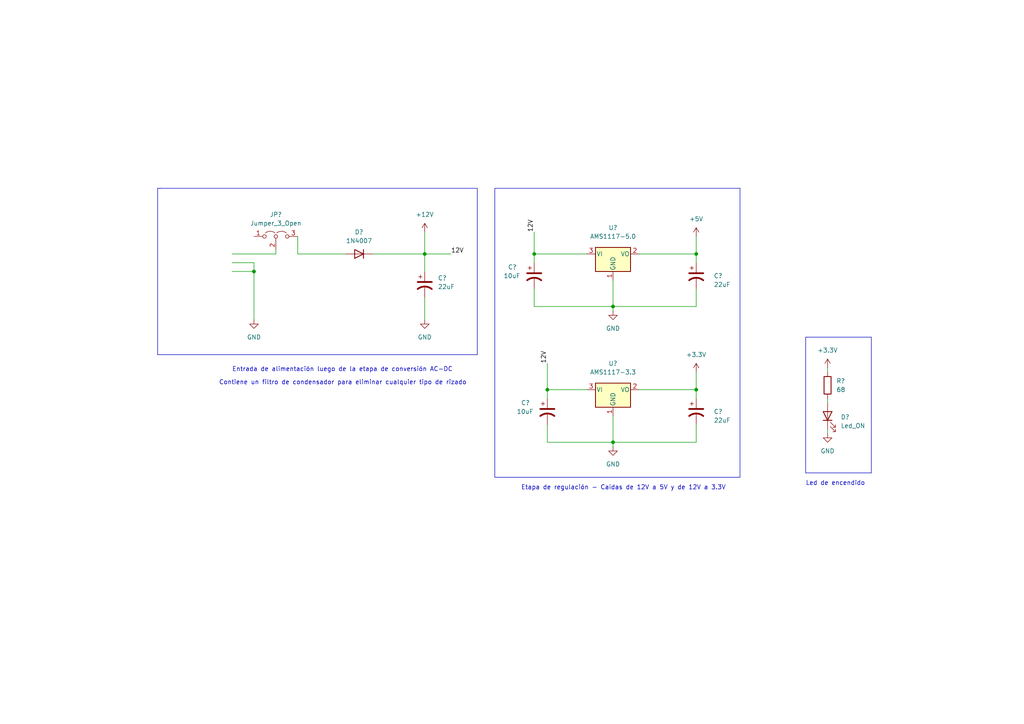
<source format=kicad_sch>
(kicad_sch (version 20230121) (generator eeschema)
  (paper "A4")
  (lib_symbols
    (symbol "Device:C_Polarized_US" (pin_numbers hide) (pin_names (offset 0.254) hide)
      (property "Reference" "C" (at 0.635 2.54 0))
      (property "Value" "C_Polarized_US" (at 0.635 -2.54 0))
      (symbol "C_Polarized_US_0_1"
        (polyline (pts (xy -2.032 0.762) (xy 2.032 0.762)) (stroke (width 0.508)))
        (polyline (pts (xy -1.778 2.286) (xy -0.762 2.286)))
        (polyline (pts (xy -1.27 1.778) (xy -1.27 2.794)))
        (arc (start 2.032 -1.27) (mid 0 -0.5572) (end -2.032 -1.27) (stroke (width 0.508)))
      )
      (symbol "C_Polarized_US_1_1"
        (pin passive line (at 0 3.81 270) (length 2.794) (name "~") (number "1"))
        (pin passive line (at 0 -3.81 90) (length 3.302) (name "~") (number "2"))
      )
    )
    (symbol "Device:R" (pin_numbers hide) (pin_names (offset 0))
      (property "Reference" "R" (at 2.032 0 90))
      (property "Value" "R" (at 0 0 90))
      (symbol "R_0_1"
        (rectangle (start -1.016 -2.54) (end 1.016 2.54) (stroke (width 0.254)))
      )
      (symbol "R_1_1"
        (pin passive line (at 0 3.81 270) (length 1.27) (name "~") (number "1"))
        (pin passive line (at 0 -3.81 90) (length 1.27) (name "~") (number "2"))
      )
    )
    (symbol "Diode:1N4007" (pin_numbers hide) (pin_names (offset 1.016) hide)
      (property "Reference" "D" (at 0 2.54 0))
      (property "Value" "1N4007" (at 0 -2.54 0))
      (symbol "1N4007_0_1"
        (polyline (pts (xy -1.27 1.27) (xy -1.27 -1.27)) (stroke (width 0.254)))
        (polyline (pts (xy 1.27 0) (xy -1.27 0)))
        (polyline (pts (xy 1.27 1.27) (xy 1.27 -1.27) (xy -1.27 0) (xy 1.27 1.27)) (stroke (width 0.254)))
      )
      (symbol "1N4007_1_1"
        (pin passive line (at -3.81 0 0) (length 2.54) (name "K") (number "1"))
        (pin passive line (at 3.81 0 180) (length 2.54) (name "A") (number "2"))
      )
    )
    (symbol "Jumper:Jumper_3_Open" (pin_names (offset 0) hide)
      (property "Reference" "JP" (at -2.54 -2.54 0))
      (property "Value" "Jumper_3_Open" (at 0 2.794 0))
      (symbol "Jumper_3_Open_0_0"
        (circle (center -3.302 0) (radius 0.508))
        (circle (center 0 0) (radius 0.508))
        (circle (center 3.302 0) (radius 0.508))
      )
      (symbol "Jumper_3_Open_0_1"
        (arc (start -0.254 1.016) (mid -1.651 1.4992) (end -3.048 1.016))
        (polyline (pts (xy 0 -0.508) (xy 0 -1.27)))
        (arc (start 3.048 1.016) (mid 1.651 1.4992) (end 0.254 1.016))
      )
      (symbol "Jumper_3_Open_1_1"
        (pin passive line (at -6.35 0 0) (length 2.54) (name "A") (number "1"))
        (pin passive line (at 0 -3.81 90) (length 2.54) (name "C") (number "2"))
        (pin passive line (at 6.35 0 180) (length 2.54) (name "B") (number "3"))
      )
    )
    (symbol "LED:IR26-21C_L110_TR8" (pin_numbers hide) (pin_names (offset 1.016) hide)
      (property "Reference" "D" (at 0 2.54 0))
      (property "Value" "IR26-21C_L110_TR8" (at 0 -3.81 0))
      (symbol "IR26-21C_L110_TR8_0_1"
        (polyline (pts (xy -1.27 -1.27) (xy -1.27 1.27)) (stroke (width 0.254)))
        (polyline (pts (xy -1.27 0) (xy 1.27 0)))
        (polyline (pts (xy 1.27 -1.27) (xy 1.27 1.27) (xy -1.27 0) (xy 1.27 -1.27)) (stroke (width 0.254)))
        (polyline (pts (xy -3.048 -0.762) (xy -4.572 -2.286) (xy -3.81 -2.286) (xy -4.572 -2.286) (xy -4.572 -1.524)))
        (polyline (pts (xy -1.778 -0.762) (xy -3.302 -2.286) (xy -2.54 -2.286) (xy -3.302 -2.286) (xy -3.302 -1.524)))
      )
      (symbol "IR26-21C_L110_TR8_1_1"
        (pin passive line (at -3.81 0 0) (length 2.54) (name "K") (number "1"))
        (pin passive line (at 3.81 0 180) (length 2.54) (name "A") (number "2"))
      )
    )
    (symbol "Regulator_Linear:AMS1117-3.3" (pin_names (offset 0.254))
      (property "Reference" "U" (at -3.81 3.175 0))
      (property "Value" "AMS1117-3.3" (at 0 3.175 0))
      (symbol "AMS1117-3.3_0_1"
        (rectangle (start -5.08 -5.08) (end 5.08 1.905) (stroke (width 0.254)) (fill (type background)))
      )
      (symbol "AMS1117-3.3_1_1"
        (pin power_in line (at 0 -7.62 90) (length 2.54) (name "GND") (number "1"))
        (pin power_out line (at 7.62 0 180) (length 2.54) (name "VO") (number "2"))
        (pin power_in line (at -7.62 0 0) (length 2.54) (name "VI") (number "3"))
      )
    )
    (symbol "Regulator_Linear:AMS1117-5.0" (pin_names (offset 0.254))
      (property "Reference" "U" (at -3.81 3.175 0))
      (property "Value" "AMS1117-5.0" (at 0 3.175 0))
      (symbol "AMS1117-5.0_0_1"
        (rectangle (start -5.08 -5.08) (end 5.08 1.905) (stroke (width 0.254)) (fill (type background)))
      )
      (symbol "AMS1117-5.0_1_1"
        (pin power_in line (at 0 -7.62 90) (length 2.54) (name "GND") (number "1"))
        (pin power_out line (at 7.62 0 180) (length 2.54) (name "VO") (number "2"))
        (pin power_in line (at -7.62 0 0) (length 2.54) (name "VI") (number "3"))
      )
    )
    (symbol "power:+12V" (power) (pin_names (offset 0))
      (property "Value" "+12V" (at 0 3.556 0))
      (symbol "+12V_0_1"
        (polyline (pts (xy -0.762 1.27) (xy 0 2.54)))
        (polyline (pts (xy 0 0) (xy 0 2.54)))
        (polyline (pts (xy 0 2.54) (xy 0.762 1.27)))
      )
      (symbol "+12V_1_1"
        (pin power_in line (at 0 0 90) (length 0) hide (name "+12V") (number "1"))
      )
    )
    (symbol "power:+3.3V" (power) (pin_names (offset 0))
      (property "Value" "+3.3V" (at 0 3.556 0))
      (symbol "+3.3V_0_1"
        (polyline (pts (xy -0.762 1.27) (xy 0 2.54)))
        (polyline (pts (xy 0 0) (xy 0 2.54)))
        (polyline (pts (xy 0 2.54) (xy 0.762 1.27)))
      )
      (symbol "+3.3V_1_1"
        (pin power_in line (at 0 0 90) (length 0) hide (name "+3.3V") (number "1"))
      )
    )
    (symbol "power:+5V" (power) (pin_names (offset 0))
      (property "Value" "+5V" (at 0 3.556 0))
      (symbol "+5V_0_1"
        (polyline (pts (xy -0.762 1.27) (xy 0 2.54)))
        (polyline (pts (xy 0 0) (xy 0 2.54)))
        (polyline (pts (xy 0 2.54) (xy 0.762 1.27)))
      )
      (symbol "+5V_1_1"
        (pin power_in line (at 0 0 90) (length 0) hide (name "+5V") (number "1"))
      )
    )
    (symbol "power:GND" (power) (pin_names (offset 0))
      (property "Value" "GND" (at 0 -3.81 0))
      (symbol "GND_0_1"
        (polyline (pts (xy 0 0) (xy 0 -1.27) (xy 1.27 -1.27) (xy 0 -2.54) (xy -1.27 -1.27) (xy 0 -1.27)))
      )
      (symbol "GND_1_1"
        (pin power_in line (at 0 0 270) (length 0) hide (name "GND") (number "1"))
      )
    )
  )
  (junction (at 154.94 73.66))
  (junction (at 201.93 113.03))
  (junction (at 158.75 113.03))
  (junction (at 177.8 88.9))
  (junction (at 201.93 73.66))
  (junction (at 73.66 78.74))
  (junction (at 123.19 73.66))
  (junction (at 177.8 128.27))
  (wire (pts (xy 201.93 83.82) (xy 201.93 88.9)))
  (polyline (pts (xy 233.68 137.16) (xy 252.73 137.16)))
  (wire (pts (xy 158.75 113.03) (xy 158.75 115.57)))
  (wire (pts (xy 201.93 115.57) (xy 201.93 113.03)))
  (wire (pts (xy 177.8 88.9) (xy 177.8 90.17)))
  (polyline (pts (xy 214.63 138.43) (xy 214.63 54.61)))
  (wire (pts (xy 154.94 73.66) (xy 154.94 76.2)))
  (wire (pts (xy 123.19 67.31) (xy 123.19 73.66)))
  (wire (pts (xy 67.31 78.74) (xy 73.66 78.74)))
  (polyline (pts (xy 233.68 107.95) (xy 233.68 97.79)))
  (polyline (pts (xy 45.72 54.61) (xy 46.99 54.61)))
  (wire (pts (xy 158.75 113.03) (xy 170.18 113.03)))
  (wire (pts (xy 185.42 113.03) (xy 201.93 113.03)))
  (polyline (pts (xy 233.68 107.95) (xy 233.68 137.16)))
  (wire (pts (xy 86.36 68.58) (xy 86.36 73.66)))
  (wire (pts (xy 154.94 88.9) (xy 177.8 88.9)))
  (wire (pts (xy 240.03 106.68) (xy 240.03 107.95)))
  (polyline (pts (xy 45.72 54.61) (xy 138.43 54.61)))
  (wire (pts (xy 201.93 76.2) (xy 201.93 73.66)))
  (wire (pts (xy 158.75 105.41) (xy 158.75 113.03)))
  (wire (pts (xy 107.95 73.66) (xy 123.19 73.66)))
  (wire (pts (xy 123.19 73.66) (xy 123.19 78.74)))
  (wire (pts (xy 240.03 115.57) (xy 240.03 116.84)))
  (polyline (pts (xy 143.51 54.61) (xy 143.51 138.43)))
  (wire (pts (xy 154.94 83.82) (xy 154.94 88.9)))
  (wire (pts (xy 67.31 73.66) (xy 80.01 73.66)))
  (wire (pts (xy 73.66 78.74) (xy 73.66 92.71)))
  (wire (pts (xy 80.01 72.39) (xy 80.01 73.66)))
  (polyline (pts (xy 252.73 97.79) (xy 252.73 107.95)))
  (polyline (pts (xy 45.72 102.87) (xy 45.72 54.61)))
  (polyline (pts (xy 233.68 97.79) (xy 252.73 97.79)))
  (wire (pts (xy 158.75 128.27) (xy 177.8 128.27)))
  (wire (pts (xy 185.42 73.66) (xy 201.93 73.66)))
  (wire (pts (xy 73.66 76.2) (xy 73.66 78.74)))
  (polyline (pts (xy 252.73 137.16) (xy 252.73 107.95)))
  (wire (pts (xy 123.19 73.66) (xy 130.81 73.66)))
  (wire (pts (xy 201.93 107.95) (xy 201.93 113.03)))
  (polyline (pts (xy 143.51 54.61) (xy 214.63 54.61)))
  (polyline (pts (xy 138.43 102.87) (xy 45.72 102.87)))
  (wire (pts (xy 177.8 88.9) (xy 201.93 88.9)))
  (polyline (pts (xy 143.51 138.43) (xy 214.63 138.43)))
  (wire (pts (xy 240.03 124.46) (xy 240.03 125.73)))
  (wire (pts (xy 201.93 123.19) (xy 201.93 128.27)))
  (wire (pts (xy 123.19 86.36) (xy 123.19 92.71)))
  (wire (pts (xy 86.36 73.66) (xy 100.33 73.66)))
  (wire (pts (xy 67.31 76.2) (xy 73.66 76.2)))
  (wire (pts (xy 177.8 120.65) (xy 177.8 128.27)))
  (wire (pts (xy 154.94 73.66) (xy 170.18 73.66)))
  (wire (pts (xy 201.93 68.58) (xy 201.93 73.66)))
  (wire (pts (xy 177.8 81.28) (xy 177.8 88.9)))
  (polyline (pts (xy 138.43 54.61) (xy 138.43 102.87)))
  (wire (pts (xy 177.8 128.27) (xy 201.93 128.27)))
  (wire (pts (xy 177.8 128.27) (xy 177.8 129.54)))
  (wire (pts (xy 154.94 67.31) (xy 154.94 73.66)))
  (wire (pts (xy 158.75 123.19) (xy 158.75 128.27)))
  (text "Etapa de regulación - Caídas de 12V a 5V y de 12V a 3.3V" (at 151.13 142.24 0) (effects (font (size 1.27 1.27)) (justify left bottom)))
  (text "Entrada de alimentación luego de la etapa de conversión AC-DC" (at 67.31 107.95 0) (effects (font (size 1.27 1.27)) (justify left bottom)))
  (text "Led de encendido\n" (at 233.68 140.97 0) (effects (font (size 1.27 1.27)) (justify left bottom)))
  (text "Contiene un filtro de condensador para eliminar cualquier tipo de rizado\n" (at 63.5 111.76 0) (effects (font (size 1.27 1.27)) (justify left bottom)))
  (label "12V" (at 130.81 73.66 0))
  (label "12V" (at 158.75 105.41 90))
  (label "12V" (at 154.94 67.31 90))
  (symbol (lib_id "LED:IR26-21C_L110_TR8") (at 240.03 120.65 90) (unit 1)
    (property "Reference" "D?" (at 243.84 120.9674 90) (effects (justify right)))
    (property "Value" "Led_ON" (at 243.84 123.5074 90) (effects (justify right)))
    (property "Footprint" "LED_SMD:LED_0603_1608Metric_Pad1.05x0.95mm_HandSolder" (effects hide))
    (property "Datasheet" "http://www.everlight.com/file/ProductFile/IR26-21C-L110-TR8.pdf" (effects hide))
  )
  (symbol (lib_id "Regulator_Linear:AMS1117-3.3") (at 177.8 113.03 0) (unit 1)
    (property "Reference" "U?" (at 177.8 105.41 0))
    (property "Value" "AMS1117-3.3" (at 177.8 107.95 0))
    (property "Footprint" "Package_TO_SOT_SMD:SOT-223-3_TabPin2" (effects hide))
    (property "Datasheet" "http://www.advanced-monolithic.com/pdf/ds1117.pdf" (effects hide))
  )
  (symbol (lib_id "power:GND") (at 177.8 129.54 0) (unit 1)
    (property "Reference" "#PWR?" (effects hide))
    (property "Value" "GND" (at 177.8 134.62 0))
  )
  (symbol (lib_id "Regulator_Linear:AMS1117-5.0") (at 177.8 73.66 0) (unit 1)
    (property "Reference" "U?" (at 177.8 66.04 0))
    (property "Value" "AMS1117-5.0" (at 177.8 68.58 0))
    (property "Footprint" "Package_TO_SOT_SMD:SOT-223-3_TabPin2" (effects hide))
    (property "Datasheet" "http://www.advanced-monolithic.com/pdf/ds1117.pdf" (effects hide))
  )
  (symbol (lib_id "Device:C_Polarized_US") (at 201.93 119.38 0) (unit 1)
    (property "Reference" "C?" (at 207.01 119.38 0) (effects (justify left)))
    (property "Value" "22uF" (at 207.01 121.92 0) (effects (justify left)))
    (property "Footprint" "Capacitor_SMD:C_0805_2012Metric_Pad1.18x1.45mm_HandSolder" (effects hide))
  )
  (symbol (lib_id "Diode:1N4007") (at 104.14 73.66 180) (unit 1)
    (property "Reference" "D?" (at 104.14 67.31 0))
    (property "Value" "1N4007" (at 104.14 69.85 0))
    (property "Footprint" "Diode_SMD:D_SMA_Handsoldering" (effects hide))
    (property "Datasheet" "http://www.vishay.com/docs/88503/1n4001.pdf" (effects hide))
  )
  (symbol (lib_id "power:GND") (at 73.66 92.71 0) (unit 1)
    (property "Reference" "#PWR?" (effects hide))
    (property "Value" "GND" (at 73.66 97.79 0))
  )
  (symbol (lib_id "Device:C_Polarized_US") (at 123.19 82.55 0) (unit 1)
    (property "Reference" "C?" (at 127 80.6449 0) (effects (justify left)))
    (property "Value" "22uF" (at 127 83.1849 0) (effects (justify left)))
    (property "Footprint" "Capacitor_SMD:C_0805_2012Metric_Pad1.18x1.45mm_HandSolder" (effects hide))
  )
  (symbol (lib_id "power:GND") (at 240.03 125.73 0) (unit 1)
    (property "Reference" "#PWR?" (effects hide))
    (property "Value" "GND" (at 240.03 130.81 0))
  )
  (symbol (lib_id "power:GND") (at 123.19 92.71 0) (unit 1)
    (property "Reference" "#PWR?" (effects hide))
    (property "Value" "GND" (at 123.19 97.79 0))
  )
  (symbol (lib_id "power:+3.3V") (at 201.93 107.95 0) (unit 1)
    (property "Reference" "#PWR?" (effects hide))
    (property "Value" "+3.3V" (at 201.93 102.87 0))
  )
  (symbol (lib_id "power:GND") (at 177.8 90.17 0) (unit 1)
    (property "Reference" "#PWR?" (effects hide))
    (property "Value" "GND" (at 177.8 95.25 0))
  )
  (symbol (lib_id "power:+3.3V") (at 240.03 106.68 0) (unit 1)
    (property "Reference" "#PWR?" (effects hide))
    (property "Value" "+3.3V" (at 240.03 101.6 0))
  )
  (symbol (lib_id "Device:C_Polarized_US") (at 158.75 119.38 0) (unit 1)
    (property "Reference" "C?" (at 151.13 116.84 0) (effects (justify left)))
    (property "Value" "10uF" (at 149.86 119.38 0) (effects (justify left)))
    (property "Footprint" "Capacitor_SMD:C_0805_2012Metric_Pad1.18x1.45mm_HandSolder" (effects hide))
  )
  (symbol (lib_id "Jumper:Jumper_3_Open") (at 80.01 68.58 0) (unit 1)
    (property "Reference" "JP?" (at 80.01 62.23 0))
    (property "Value" "Jumper_3_Open" (at 80.01 64.77 0))
    (property "Footprint" "Connector_PinHeader_2.54mm:PinHeader_1x03_P2.54mm_Vertical" (effects hide))
  )
  (symbol (lib_id "power:+12V") (at 123.19 67.31 0) (unit 1)
    (property "Reference" "#PWR?" (effects hide))
    (property "Value" "+12V" (at 123.19 62.23 0))
  )
  (symbol (lib_id "Device:C_Polarized_US") (at 154.94 80.01 0) (unit 1)
    (property "Reference" "C?" (at 147.32 77.47 0) (effects (justify left)))
    (property "Value" "10uF" (at 146.05 80.01 0) (effects (justify left)))
    (property "Footprint" "Capacitor_SMD:C_0805_2012Metric_Pad1.18x1.45mm_HandSolder" (effects hide))
  )
  (symbol (lib_id "Device:C_Polarized_US") (at 201.93 80.01 0) (unit 1)
    (property "Reference" "C?" (at 207.01 80.01 0) (effects (justify left)))
    (property "Value" "22uF" (at 207.01 82.55 0) (effects (justify left)))
    (property "Footprint" "Capacitor_SMD:C_0805_2012Metric_Pad1.18x1.45mm_HandSolder" (effects hide))
  )
  (symbol (lib_id "power:+5V") (at 201.93 68.58 0) (unit 1)
    (property "Reference" "#PWR?" (effects hide))
    (property "Value" "+5V" (at 201.93 63.5 0))
  )
  (symbol (lib_id "Device:R") (at 240.03 111.76 0) (unit 1)
    (property "Reference" "R?" (at 242.57 110.4899 0) (effects (justify left)))
    (property "Value" "68" (at 242.57 113.0299 0) (effects (justify left)))
    (property "Footprint" "Resistor_SMD:R_1206_3216Metric_Pad1.30x1.75mm_HandSolder" (effects hide))
  )
)
</source>
